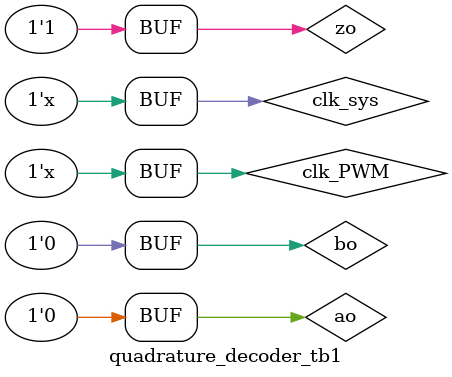
<source format=v>
`timescale 1ns / 1ps


module quadrature_decoder_tb1(

    );
    
    /////////////////////////////////////////////////
    // Constants
    /////////////////////////////////////////////////
    parameter CLK_DIV_SYS               = 5;            // 100MHz system clock
    parameter CLK_DIV_PWM               = 62_500;       // 8kHz PWM clock
//    parameter PERIOD_PULSE              = 5000;         // 200kHz for AO, BO -- this is 48.828125Hz or 2929,6875 rpm
//    parameter PERIOD_PULSE              = 4883;         // 204.792kHz for AO, BO -- this is 49.998Hz or 2999,845 rpm 
//    parameter PERIOD_PULSE              = 24_414;         // 40.96kHz for AO, BO -- this is 10Hz or 600 rpm 
    parameter PERIOD_PULSE              = 244_141;         // 4096Hz for AO, BO -- this is 1Hz or 60 rpm 
    parameter PERIOD_SHIFT              = 572;
    parameter PPR                       = 4096;         // PPR of encoder
    parameter DEBOUNCE                  = 48;           // number of clock cycles required to register a new position = debounce_time + 2: 50*10ns=500ns
    
    /////////////////////////////////////////////////
    // Signals Definitions
    /////////////////////////////////////////////////
    reg clk_sys                         = 1;
    reg clk_PWM                         = 1;
    reg ao,bo,zo                        = 1;
    integer pulse_cnt                   = 0;
    wire direction;
    wire[15:0] position;
    wire[31:0] freq_counter, Th_counter;
    
    /////////////////////////////////////////////////
    // Signals Creation through processes
    /////////////////////////////////////////////////
    always #CLK_DIV_SYS clk_sys = ~clk_sys;
    always #CLK_DIV_PWM clk_PWM = ~clk_PWM;
    
    always
    begin
        # (PERIOD_PULSE/4 - PERIOD_SHIFT);
        ao = 1;
        
        if (pulse_cnt == PPR) 
            begin
            zo = 0;
            pulse_cnt = 1;
            end
        else
            begin
            pulse_cnt = pulse_cnt + 1;
            end
            
        # (PERIOD_PULSE/4);
        bo = 1;
        # (PERIOD_PULSE/4);
        ao = 0;
        zo = 1;
        # (PERIOD_PULSE/4);
        bo = 0;
        # (PERIOD_SHIFT);
    end
    
    /////////////////////////////////////////////////
    // Device under test
    /////////////////////////////////////////////////
    quadrature_decoder #(
    // Parameters
    .positions                      (4*PPR),            // number of positions is 4times higher than PPR
    .debounce_time                  (DEBOUNCE),         // choose same debounce time for a,b,z as they are all coming from the same source
    .set_origin_debounce_time       (DEBOUNCE),
    .num_bits                       (16)
    )
    DUT
    (
    // Inputs
    .clk                            (clk_sys),
    .a                              (ao),
    .b                              (bo),
    .set_origin_n                   (zo),
    .clk_PWM                        (clk_PWM),
    // Outputs
    .direction                      (direction),
    .position                       (position),
    .freq_counter                   (freq_counter),
    .Th_value                       (Th_counter)
    );
    
endmodule

</source>
